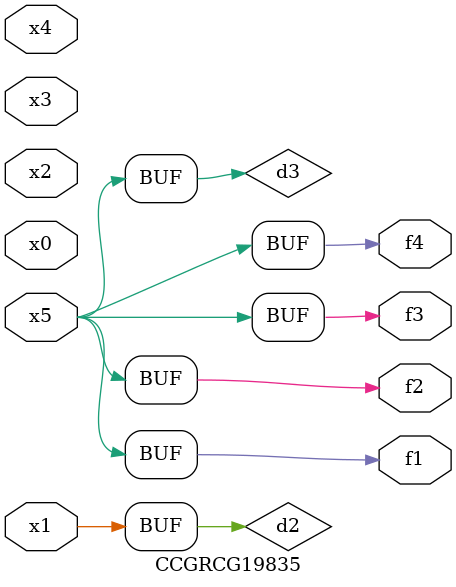
<source format=v>
module CCGRCG19835(
	input x0, x1, x2, x3, x4, x5,
	output f1, f2, f3, f4
);

	wire d1, d2, d3;

	not (d1, x5);
	or (d2, x1);
	xnor (d3, d1);
	assign f1 = d3;
	assign f2 = d3;
	assign f3 = d3;
	assign f4 = d3;
endmodule

</source>
